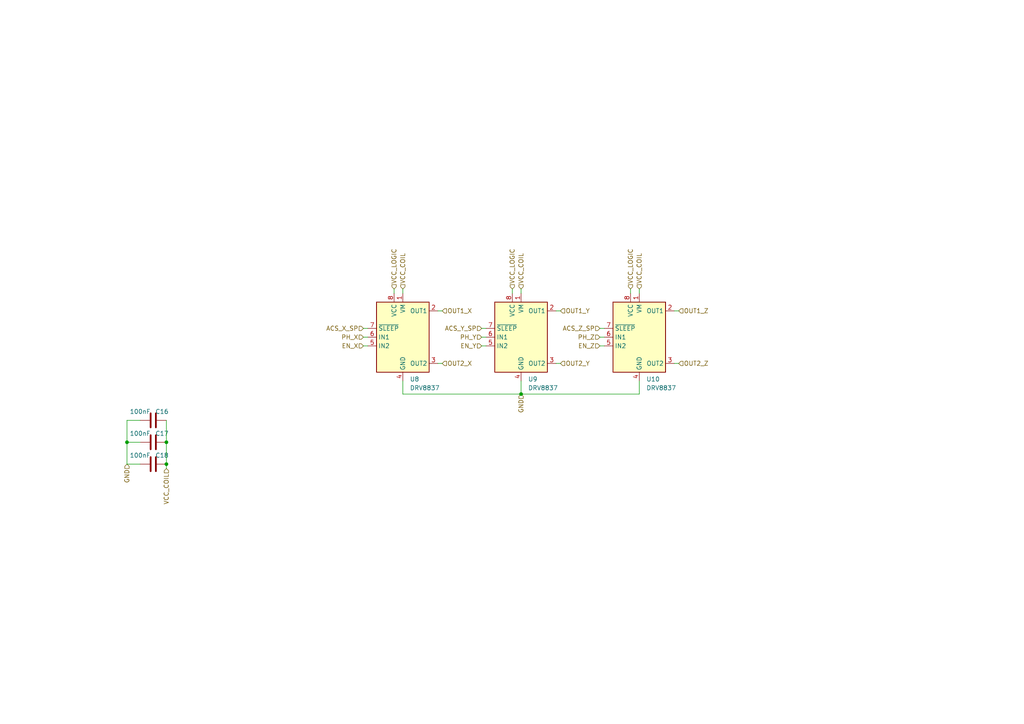
<source format=kicad_sch>
(kicad_sch (version 20211123) (generator eeschema)

  (uuid ad516c14-7ff3-46d7-b397-67b24cd57f55)

  (paper "A4")

  (lib_symbols
    (symbol "Device:C" (pin_numbers hide) (pin_names (offset 0.254)) (in_bom yes) (on_board yes)
      (property "Reference" "C" (id 0) (at 0.635 2.54 0)
        (effects (font (size 1.27 1.27)) (justify left))
      )
      (property "Value" "C" (id 1) (at 0.635 -2.54 0)
        (effects (font (size 1.27 1.27)) (justify left))
      )
      (property "Footprint" "" (id 2) (at 0.9652 -3.81 0)
        (effects (font (size 1.27 1.27)) hide)
      )
      (property "Datasheet" "~" (id 3) (at 0 0 0)
        (effects (font (size 1.27 1.27)) hide)
      )
      (property "ki_keywords" "cap capacitor" (id 4) (at 0 0 0)
        (effects (font (size 1.27 1.27)) hide)
      )
      (property "ki_description" "Unpolarized capacitor" (id 5) (at 0 0 0)
        (effects (font (size 1.27 1.27)) hide)
      )
      (property "ki_fp_filters" "C_*" (id 6) (at 0 0 0)
        (effects (font (size 1.27 1.27)) hide)
      )
      (symbol "C_0_1"
        (polyline
          (pts
            (xy -2.032 -0.762)
            (xy 2.032 -0.762)
          )
          (stroke (width 0.508) (type default) (color 0 0 0 0))
          (fill (type none))
        )
        (polyline
          (pts
            (xy -2.032 0.762)
            (xy 2.032 0.762)
          )
          (stroke (width 0.508) (type default) (color 0 0 0 0))
          (fill (type none))
        )
      )
      (symbol "C_1_1"
        (pin passive line (at 0 3.81 270) (length 2.794)
          (name "~" (effects (font (size 1.27 1.27))))
          (number "1" (effects (font (size 1.27 1.27))))
        )
        (pin passive line (at 0 -3.81 90) (length 2.794)
          (name "~" (effects (font (size 1.27 1.27))))
          (number "2" (effects (font (size 1.27 1.27))))
        )
      )
    )
    (symbol "Driver_Motor:DRV8837" (in_bom yes) (on_board yes)
      (property "Reference" "U" (id 0) (at 6.35 11.43 0)
        (effects (font (size 1.27 1.27)))
      )
      (property "Value" "DRV8837" (id 1) (at -10.16 11.43 0)
        (effects (font (size 1.27 1.27)))
      )
      (property "Footprint" "Package_SON:WSON-8-1EP_2x2mm_P0.5mm_EP0.9x1.6mm" (id 2) (at 0 -21.59 0)
        (effects (font (size 1.27 1.27)) hide)
      )
      (property "Datasheet" "http://www.ti.com/lit/ds/symlink/drv8837.pdf" (id 3) (at 0 0 0)
        (effects (font (size 1.27 1.27)) hide)
      )
      (property "ki_keywords" "half bridge driver" (id 4) (at 0 0 0)
        (effects (font (size 1.27 1.27)) hide)
      )
      (property "ki_description" "H-Bridge driver, 1.8A, Low Voltage, PWM input, WSON-8" (id 5) (at 0 0 0)
        (effects (font (size 1.27 1.27)) hide)
      )
      (property "ki_fp_filters" "WSON*1EP*2x2mm*P0.5mm*" (id 6) (at 0 0 0)
        (effects (font (size 1.27 1.27)) hide)
      )
      (symbol "DRV8837_0_1"
        (rectangle (start -7.62 10.16) (end 7.62 -10.16)
          (stroke (width 0.254) (type default) (color 0 0 0 0))
          (fill (type background))
        )
      )
      (symbol "DRV8837_1_1"
        (pin power_in line (at 0 12.7 270) (length 2.54)
          (name "VM" (effects (font (size 1.27 1.27))))
          (number "1" (effects (font (size 1.27 1.27))))
        )
        (pin output line (at 10.16 7.62 180) (length 2.54)
          (name "OUT1" (effects (font (size 1.27 1.27))))
          (number "2" (effects (font (size 1.27 1.27))))
        )
        (pin output line (at 10.16 -7.62 180) (length 2.54)
          (name "OUT2" (effects (font (size 1.27 1.27))))
          (number "3" (effects (font (size 1.27 1.27))))
        )
        (pin power_in line (at 0 -12.7 90) (length 2.54)
          (name "GND" (effects (font (size 1.27 1.27))))
          (number "4" (effects (font (size 1.27 1.27))))
        )
        (pin input line (at -10.16 -2.54 0) (length 2.54)
          (name "IN2" (effects (font (size 1.27 1.27))))
          (number "5" (effects (font (size 1.27 1.27))))
        )
        (pin input line (at -10.16 0 0) (length 2.54)
          (name "IN1" (effects (font (size 1.27 1.27))))
          (number "6" (effects (font (size 1.27 1.27))))
        )
        (pin input line (at -10.16 2.54 0) (length 2.54)
          (name "~{SLEEP}" (effects (font (size 1.27 1.27))))
          (number "7" (effects (font (size 1.27 1.27))))
        )
        (pin power_in line (at -2.54 12.7 270) (length 2.54)
          (name "VCC" (effects (font (size 1.27 1.27))))
          (number "8" (effects (font (size 1.27 1.27))))
        )
        (pin passive line (at 0 -12.7 90) (length 2.54) hide
          (name "GND" (effects (font (size 1.27 1.27))))
          (number "9" (effects (font (size 1.27 1.27))))
        )
      )
    )
  )

  (junction (at 151.13 114.3) (diameter 0) (color 0 0 0 0)
    (uuid 3050cb1e-ed5d-4566-b4eb-4f90b62f2e27)
  )
  (junction (at 48.26 134.62) (diameter 0) (color 0 0 0 0)
    (uuid 544ad299-3a0f-4804-9010-e6962e6693e4)
  )
  (junction (at 48.26 128.27) (diameter 0) (color 0 0 0 0)
    (uuid cb439225-e69e-419b-b38b-7213be1a4ed2)
  )
  (junction (at 36.83 128.27) (diameter 0) (color 0 0 0 0)
    (uuid f5d5a606-7d83-4eb1-9606-7a2ed0cd2035)
  )

  (wire (pts (xy 116.84 110.49) (xy 116.84 114.3))
    (stroke (width 0) (type default) (color 0 0 0 0))
    (uuid 0e6ca356-5a25-4443-98d0-f69ec91985f9)
  )
  (wire (pts (xy 36.83 128.27) (xy 40.64 128.27))
    (stroke (width 0) (type default) (color 0 0 0 0))
    (uuid 237f6ea5-3d85-49bb-920e-a90b085d5ba4)
  )
  (wire (pts (xy 105.41 97.79) (xy 106.68 97.79))
    (stroke (width 0) (type default) (color 0 0 0 0))
    (uuid 24fbc728-724c-48ad-a25c-98c5b7bb3a6d)
  )
  (wire (pts (xy 195.58 90.17) (xy 196.85 90.17))
    (stroke (width 0) (type default) (color 0 0 0 0))
    (uuid 25abfd42-5d00-47ce-ae72-8e0ef7c22e6e)
  )
  (wire (pts (xy 36.83 121.92) (xy 40.64 121.92))
    (stroke (width 0) (type default) (color 0 0 0 0))
    (uuid 301ea0ec-c273-46ad-ba33-a32f0d5f8f4a)
  )
  (wire (pts (xy 36.83 128.27) (xy 36.83 134.62))
    (stroke (width 0) (type default) (color 0 0 0 0))
    (uuid 398864e3-7316-40f4-aa0d-efe151618370)
  )
  (wire (pts (xy 139.7 100.33) (xy 140.97 100.33))
    (stroke (width 0) (type default) (color 0 0 0 0))
    (uuid 3b6e45b2-611a-45bd-9385-f0bc20f5ba47)
  )
  (wire (pts (xy 140.97 95.25) (xy 139.7 95.25))
    (stroke (width 0) (type default) (color 0 0 0 0))
    (uuid 3f560e7f-e7ed-4e7c-92d1-c277e9cc3bc4)
  )
  (wire (pts (xy 185.42 83.82) (xy 185.42 85.09))
    (stroke (width 0) (type default) (color 0 0 0 0))
    (uuid 4b0ea59c-d63c-4a69-8671-33969c619f7e)
  )
  (wire (pts (xy 36.83 121.92) (xy 36.83 128.27))
    (stroke (width 0) (type default) (color 0 0 0 0))
    (uuid 4c351be3-27b9-4b2b-a712-c60d2718aa00)
  )
  (wire (pts (xy 116.84 83.82) (xy 116.84 85.09))
    (stroke (width 0) (type default) (color 0 0 0 0))
    (uuid 6a5294f7-3e44-4d74-a8cb-ce2658752837)
  )
  (wire (pts (xy 161.29 105.41) (xy 162.56 105.41))
    (stroke (width 0) (type default) (color 0 0 0 0))
    (uuid 6a5e66ae-14c7-4a3f-ba2a-27b02e7cb5ef)
  )
  (wire (pts (xy 173.99 100.33) (xy 175.26 100.33))
    (stroke (width 0) (type default) (color 0 0 0 0))
    (uuid 6c08a2f0-2b08-4944-a1f5-7fdbe03aba0b)
  )
  (wire (pts (xy 48.26 135.89) (xy 48.26 134.62))
    (stroke (width 0) (type default) (color 0 0 0 0))
    (uuid 6c5c67eb-4682-4ab8-a2e8-8071de89d9a3)
  )
  (wire (pts (xy 151.13 83.82) (xy 151.13 85.09))
    (stroke (width 0) (type default) (color 0 0 0 0))
    (uuid 6e437407-f0ce-44cc-83dd-11ee48ede9b8)
  )
  (wire (pts (xy 105.41 100.33) (xy 106.68 100.33))
    (stroke (width 0) (type default) (color 0 0 0 0))
    (uuid 720cf5d0-b37a-4ccd-876c-4a0cfc9dbbdd)
  )
  (wire (pts (xy 139.7 97.79) (xy 140.97 97.79))
    (stroke (width 0) (type default) (color 0 0 0 0))
    (uuid 721acc93-347b-4597-af96-01ea1516b43f)
  )
  (wire (pts (xy 173.99 97.79) (xy 175.26 97.79))
    (stroke (width 0) (type default) (color 0 0 0 0))
    (uuid 7e906914-7da7-4603-96b5-7c5b098f2c84)
  )
  (wire (pts (xy 161.29 90.17) (xy 162.56 90.17))
    (stroke (width 0) (type default) (color 0 0 0 0))
    (uuid 8609c4b2-c6dd-45dd-8608-2c67583a6a5b)
  )
  (wire (pts (xy 36.83 134.62) (xy 40.64 134.62))
    (stroke (width 0) (type default) (color 0 0 0 0))
    (uuid 86f6fec5-aeab-4ec2-b41a-30f6e2f6f33b)
  )
  (wire (pts (xy 175.26 95.25) (xy 173.99 95.25))
    (stroke (width 0) (type default) (color 0 0 0 0))
    (uuid 8720059d-353d-4477-a5f6-16fbc52e3317)
  )
  (wire (pts (xy 48.26 128.27) (xy 48.26 134.62))
    (stroke (width 0) (type default) (color 0 0 0 0))
    (uuid 8e1c1d66-b6cb-460b-96c5-5d394438e8d8)
  )
  (wire (pts (xy 182.88 83.82) (xy 182.88 85.09))
    (stroke (width 0) (type default) (color 0 0 0 0))
    (uuid 9af96c23-75ca-4db0-a9c0-57732d817388)
  )
  (wire (pts (xy 48.26 121.92) (xy 48.26 128.27))
    (stroke (width 0) (type default) (color 0 0 0 0))
    (uuid 9e3d0d23-187a-4cdb-9686-518a2eedc790)
  )
  (wire (pts (xy 127 105.41) (xy 128.27 105.41))
    (stroke (width 0) (type default) (color 0 0 0 0))
    (uuid aceb9147-ff17-4159-ba12-a18c8b8ce766)
  )
  (wire (pts (xy 116.84 114.3) (xy 151.13 114.3))
    (stroke (width 0) (type default) (color 0 0 0 0))
    (uuid b7555763-989e-4a30-98fe-d0099ae7f848)
  )
  (wire (pts (xy 148.59 83.82) (xy 148.59 85.09))
    (stroke (width 0) (type default) (color 0 0 0 0))
    (uuid b89d219f-1508-4d02-9046-74c93e68f5bf)
  )
  (wire (pts (xy 151.13 110.49) (xy 151.13 114.3))
    (stroke (width 0) (type default) (color 0 0 0 0))
    (uuid bc6e5920-cd54-438d-b062-4f6eb481eac6)
  )
  (wire (pts (xy 151.13 114.3) (xy 185.42 114.3))
    (stroke (width 0) (type default) (color 0 0 0 0))
    (uuid c5bf384b-fb5b-473c-bfcb-5877c687c14a)
  )
  (wire (pts (xy 114.3 83.82) (xy 114.3 85.09))
    (stroke (width 0) (type default) (color 0 0 0 0))
    (uuid d74a91b9-fc0f-4b3e-9f08-b6c00a840455)
  )
  (wire (pts (xy 127 90.17) (xy 128.27 90.17))
    (stroke (width 0) (type default) (color 0 0 0 0))
    (uuid e5fadef0-fa0c-456b-8cdf-b4ad3101292c)
  )
  (wire (pts (xy 185.42 114.3) (xy 185.42 110.49))
    (stroke (width 0) (type default) (color 0 0 0 0))
    (uuid ea65bc9d-368b-4e71-92a2-678d58becf63)
  )
  (wire (pts (xy 195.58 105.41) (xy 196.85 105.41))
    (stroke (width 0) (type default) (color 0 0 0 0))
    (uuid f1c5d07f-60e3-44f7-b061-339f22ec8166)
  )
  (wire (pts (xy 105.41 95.25) (xy 106.68 95.25))
    (stroke (width 0) (type default) (color 0 0 0 0))
    (uuid f29512d8-3e10-4ae5-9b72-cc4da9a4bab5)
  )

  (hierarchical_label "GND" (shape input) (at 36.83 134.62 270)
    (effects (font (size 1.27 1.27)) (justify right))
    (uuid 02604c2a-e2d1-425c-989f-b1d899ee5b96)
  )
  (hierarchical_label "VCC_LOGIC" (shape input) (at 114.3 83.82 90)
    (effects (font (size 1.27 1.27)) (justify left))
    (uuid 0a3d1306-4045-41a4-ab1b-a995dc96da4f)
  )
  (hierarchical_label "ACS_Z_SP" (shape input) (at 173.99 95.25 180)
    (effects (font (size 1.27 1.27)) (justify right))
    (uuid 0e5c46e0-6e0b-49ff-b077-e3f704a0296c)
  )
  (hierarchical_label "PH_Z" (shape input) (at 173.99 97.79 180)
    (effects (font (size 1.27 1.27)) (justify right))
    (uuid 100907b6-1ce1-42f5-9d55-860a7badd68f)
  )
  (hierarchical_label "ACS_Y_SP" (shape input) (at 139.7 95.25 180)
    (effects (font (size 1.27 1.27)) (justify right))
    (uuid 14d0fbac-ada5-486b-acb1-c26fc6dd00e9)
  )
  (hierarchical_label "EN_X" (shape input) (at 105.41 100.33 180)
    (effects (font (size 1.27 1.27)) (justify right))
    (uuid 17b76f49-3274-41f0-a9ea-eb88337ba37e)
  )
  (hierarchical_label "PH_X" (shape input) (at 105.41 97.79 180)
    (effects (font (size 1.27 1.27)) (justify right))
    (uuid 2bc3ea2c-22e6-4e0b-bcbb-782aff73d954)
  )
  (hierarchical_label "VCC_COIL" (shape input) (at 48.26 135.89 270)
    (effects (font (size 1.27 1.27)) (justify right))
    (uuid 3ba9c726-92d9-4ae5-973e-c26a654d875a)
  )
  (hierarchical_label "EN_Z" (shape input) (at 173.99 100.33 180)
    (effects (font (size 1.27 1.27)) (justify right))
    (uuid 449b136a-3d94-49be-a153-195408ccacdc)
  )
  (hierarchical_label "OUT1_X" (shape input) (at 128.27 90.17 0)
    (effects (font (size 1.27 1.27)) (justify left))
    (uuid 4c90b952-b956-4971-af28-1eb23fc34ebf)
  )
  (hierarchical_label "VCC_LOGIC" (shape input) (at 182.88 83.82 90)
    (effects (font (size 1.27 1.27)) (justify left))
    (uuid 5b563744-cfbb-4ccd-8951-2479119e661d)
  )
  (hierarchical_label "OUT2_X" (shape input) (at 128.27 105.41 0)
    (effects (font (size 1.27 1.27)) (justify left))
    (uuid 78e330d4-20c0-4992-ba2b-bb5cab00be78)
  )
  (hierarchical_label "EN_Y" (shape input) (at 139.7 100.33 180)
    (effects (font (size 1.27 1.27)) (justify right))
    (uuid 7ce27a7c-1bb7-4473-ad5c-0dfd5b8a97b1)
  )
  (hierarchical_label "ACS_X_SP" (shape input) (at 105.41 95.25 180)
    (effects (font (size 1.27 1.27)) (justify right))
    (uuid 8f9a9bd2-2a0b-416a-b2fe-2adcd9b4513e)
  )
  (hierarchical_label "PH_Y" (shape input) (at 139.7 97.79 180)
    (effects (font (size 1.27 1.27)) (justify right))
    (uuid 9ad459ca-3df7-4c6e-bc89-de68582b54ac)
  )
  (hierarchical_label "VCC_LOGIC" (shape input) (at 148.59 83.82 90)
    (effects (font (size 1.27 1.27)) (justify left))
    (uuid a91c4aa1-722c-40b1-9d4a-3e38918e5770)
  )
  (hierarchical_label "OUT2_Z" (shape input) (at 196.85 105.41 0)
    (effects (font (size 1.27 1.27)) (justify left))
    (uuid ab55090e-716b-4337-97bf-c5e67620e0ff)
  )
  (hierarchical_label "OUT1_Z" (shape input) (at 196.85 90.17 0)
    (effects (font (size 1.27 1.27)) (justify left))
    (uuid b0136704-bc11-4b65-b951-4e2b18923faa)
  )
  (hierarchical_label "GND" (shape input) (at 151.13 114.3 270)
    (effects (font (size 1.27 1.27)) (justify right))
    (uuid b795aebf-0132-494c-8f37-ef24bb119291)
  )
  (hierarchical_label "VCC_COIL" (shape input) (at 116.84 83.82 90)
    (effects (font (size 1.27 1.27)) (justify left))
    (uuid bd4ed819-8403-4ad4-bc07-41eaebab847a)
  )
  (hierarchical_label "OUT1_Y" (shape input) (at 162.56 90.17 0)
    (effects (font (size 1.27 1.27)) (justify left))
    (uuid c4e02101-10e2-4763-a5b6-1ec33420c534)
  )
  (hierarchical_label "VCC_COIL" (shape input) (at 185.42 83.82 90)
    (effects (font (size 1.27 1.27)) (justify left))
    (uuid d4c8e0a2-82e5-49f6-910c-dd3dbf8e4264)
  )
  (hierarchical_label "VCC_COIL" (shape input) (at 151.13 83.82 90)
    (effects (font (size 1.27 1.27)) (justify left))
    (uuid fa5a25d0-5c64-44f9-9635-89a323d8c6d0)
  )
  (hierarchical_label "OUT2_Y" (shape input) (at 162.56 105.41 0)
    (effects (font (size 1.27 1.27)) (justify left))
    (uuid fed1d5c5-e62f-41b5-b7a0-b64bf030ed63)
  )

  (symbol (lib_id "Device:C") (at 44.45 121.92 90) (unit 1)
    (in_bom yes) (on_board yes)
    (uuid 289cd291-a1b3-4996-b849-4c0164f571f8)
    (property "Reference" "C16" (id 0) (at 46.99 119.38 90))
    (property "Value" "100nF" (id 1) (at 40.64 119.38 90))
    (property "Footprint" "Capacitor_SMD:C_1210_3225Metric" (id 2) (at 48.26 120.9548 0)
      (effects (font (size 1.27 1.27)) hide)
    )
    (property "Datasheet" "https://br.mouser.com/ProductDetail/KEMET/C1210C104F8JACTU?qs=Xowbq3obBagoKYkbWP8xEQ%3D%3D" (id 3) (at 44.45 121.92 0)
      (effects (font (size 1.27 1.27)) hide)
    )
    (pin "1" (uuid 994db641-f58b-47ea-850f-cc05dd2ad3e1))
    (pin "2" (uuid 778c7779-d3b7-4d98-bee3-d26ab41c9385))
  )

  (symbol (lib_id "Device:C") (at 44.45 128.27 90) (unit 1)
    (in_bom yes) (on_board yes)
    (uuid 3b888f7e-d045-4763-aeb4-5015e07af9d2)
    (property "Reference" "C17" (id 0) (at 46.99 125.73 90))
    (property "Value" "100nF" (id 1) (at 40.64 125.73 90))
    (property "Footprint" "Capacitor_SMD:C_1210_3225Metric" (id 2) (at 48.26 127.3048 0)
      (effects (font (size 1.27 1.27)) hide)
    )
    (property "Datasheet" "https://br.mouser.com/ProductDetail/KEMET/C1210C104F8JACTU?qs=Xowbq3obBagoKYkbWP8xEQ%3D%3D" (id 3) (at 44.45 128.27 0)
      (effects (font (size 1.27 1.27)) hide)
    )
    (pin "1" (uuid 1b0459ef-5c1d-4c9e-a0fc-7b7b51663860))
    (pin "2" (uuid 79df33d7-4368-466c-b83a-e2a8fc5d6f4a))
  )

  (symbol (lib_id "Driver_Motor:DRV8837") (at 185.42 97.79 0) (unit 1)
    (in_bom yes) (on_board yes) (fields_autoplaced)
    (uuid 6e9a11c1-2647-48a6-9378-5ac79bd13346)
    (property "Reference" "U10" (id 0) (at 187.4394 109.9804 0)
      (effects (font (size 1.27 1.27)) (justify left))
    )
    (property "Value" "DRV8837" (id 1) (at 187.4394 112.5173 0)
      (effects (font (size 1.27 1.27)) (justify left))
    )
    (property "Footprint" "Package_SON:WSON-8-1EP_2x2mm_P0.5mm_EP0.9x1.6mm" (id 2) (at 185.42 119.38 0)
      (effects (font (size 1.27 1.27)) hide)
    )
    (property "Datasheet" "http://www.ti.com/lit/ds/symlink/drv8837.pdf" (id 3) (at 185.42 97.79 0)
      (effects (font (size 1.27 1.27)) hide)
    )
    (pin "1" (uuid 010c5006-cb84-41f7-91af-2fd93595dc9a))
    (pin "2" (uuid d72782ea-7d72-42d3-8b0e-7163822313ab))
    (pin "3" (uuid c8926f3e-fde5-4759-b259-c77afedfd921))
    (pin "4" (uuid 2a59a73b-efce-45e3-be76-d4165acaf122))
    (pin "5" (uuid 8362676d-d60c-4d24-92ea-f0c243b1e3e4))
    (pin "6" (uuid 5d309229-ba46-46f3-b8b3-e604fbbf620b))
    (pin "7" (uuid f1521c6a-3e6b-4603-8580-884713842986))
    (pin "8" (uuid dde9c6b8-c4c7-4d40-b848-fb3c6df4f52b))
    (pin "9" (uuid b7eec1bc-45a9-474b-953c-06808e8a22cd))
  )

  (symbol (lib_id "Driver_Motor:DRV8837") (at 116.84 97.79 0) (unit 1)
    (in_bom yes) (on_board yes) (fields_autoplaced)
    (uuid 7edafff8-fda1-463c-9d7f-7db28d16ce31)
    (property "Reference" "U8" (id 0) (at 118.8594 109.9804 0)
      (effects (font (size 1.27 1.27)) (justify left))
    )
    (property "Value" "DRV8837" (id 1) (at 118.8594 112.5173 0)
      (effects (font (size 1.27 1.27)) (justify left))
    )
    (property "Footprint" "Package_SON:WSON-8-1EP_2x2mm_P0.5mm_EP0.9x1.6mm" (id 2) (at 116.84 119.38 0)
      (effects (font (size 1.27 1.27)) hide)
    )
    (property "Datasheet" "http://www.ti.com/lit/ds/symlink/drv8837.pdf" (id 3) (at 116.84 97.79 0)
      (effects (font (size 1.27 1.27)) hide)
    )
    (pin "1" (uuid ba02ceaa-794c-4b82-a9c0-af59a5acdc62))
    (pin "2" (uuid 3f48be1f-00cc-4b7f-a645-60067e591bc4))
    (pin "3" (uuid 7014f279-1ac3-49bc-ae73-7400195e216d))
    (pin "4" (uuid 7978d4ad-400a-497f-8844-4aaea178491b))
    (pin "5" (uuid b96c9684-1aab-481a-a5a9-37b211cef18e))
    (pin "6" (uuid 11322e42-54d1-444e-9deb-7f34a7d77371))
    (pin "7" (uuid 4b900782-1ef7-4b73-b5e1-610102b99e32))
    (pin "8" (uuid 5db67a5c-dd0c-401c-ae3d-ac359caa9ba9))
    (pin "9" (uuid f5c2baa4-9a6a-40d7-a94c-16665d013c73))
  )

  (symbol (lib_id "Driver_Motor:DRV8837") (at 151.13 97.79 0) (unit 1)
    (in_bom yes) (on_board yes) (fields_autoplaced)
    (uuid c85a819d-e5fe-49b0-8b2c-2f1bc9d763f7)
    (property "Reference" "U9" (id 0) (at 153.1494 109.9804 0)
      (effects (font (size 1.27 1.27)) (justify left))
    )
    (property "Value" "DRV8837" (id 1) (at 153.1494 112.5173 0)
      (effects (font (size 1.27 1.27)) (justify left))
    )
    (property "Footprint" "Package_SON:WSON-8-1EP_2x2mm_P0.5mm_EP0.9x1.6mm" (id 2) (at 151.13 119.38 0)
      (effects (font (size 1.27 1.27)) hide)
    )
    (property "Datasheet" "http://www.ti.com/lit/ds/symlink/drv8837.pdf" (id 3) (at 151.13 97.79 0)
      (effects (font (size 1.27 1.27)) hide)
    )
    (pin "1" (uuid af40c25f-9f07-4c24-a41f-4b879cc0439a))
    (pin "2" (uuid 0db4e988-97dd-424c-9dfe-67797d31b788))
    (pin "3" (uuid 17ba1e50-aa2f-45c5-b098-f423d4588e04))
    (pin "4" (uuid b23d1947-ec77-40a1-818f-0ed621579048))
    (pin "5" (uuid bc606c88-4df0-455c-b1cc-c831e4e91dc2))
    (pin "6" (uuid 5f614cfe-b4cd-43db-bce8-30516a57c600))
    (pin "7" (uuid cfd1343e-fd4f-4a6f-8f03-5267e1787d99))
    (pin "8" (uuid c7c2fde0-1822-4b9e-b991-2bc705424b8a))
    (pin "9" (uuid 6b8907ef-ed93-4e79-9b78-19cebd60d3f1))
  )

  (symbol (lib_id "Device:C") (at 44.45 134.62 90) (unit 1)
    (in_bom yes) (on_board yes)
    (uuid f804ce55-38d5-47d3-a4af-78dfc4382458)
    (property "Reference" "C18" (id 0) (at 46.99 132.08 90))
    (property "Value" "100nF" (id 1) (at 40.64 132.08 90))
    (property "Footprint" "Capacitor_SMD:C_1210_3225Metric" (id 2) (at 48.26 133.6548 0)
      (effects (font (size 1.27 1.27)) hide)
    )
    (property "Datasheet" "https://br.mouser.com/ProductDetail/KEMET/C1210C104F8JACTU?qs=Xowbq3obBagoKYkbWP8xEQ%3D%3D" (id 3) (at 44.45 134.62 0)
      (effects (font (size 1.27 1.27)) hide)
    )
    (pin "1" (uuid cf95b7e9-5359-4f1e-b9e4-aeb01951d262))
    (pin "2" (uuid 7f19178b-f3e9-4ea6-a85b-7fb5f66912ce))
  )
)

</source>
